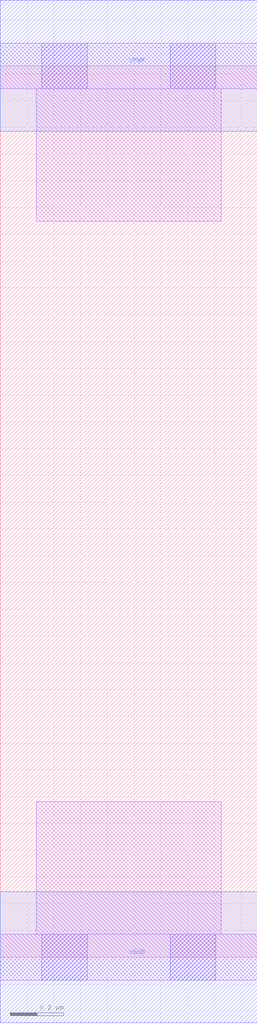
<source format=lef>
# Copyright 2020 The SkyWater PDK Authors
#
# Licensed under the Apache License, Version 2.0 (the "License");
# you may not use this file except in compliance with the License.
# You may obtain a copy of the License at
#
#     https://www.apache.org/licenses/LICENSE-2.0
#
# Unless required by applicable law or agreed to in writing, software
# distributed under the License is distributed on an "AS IS" BASIS,
# WITHOUT WARRANTIES OR CONDITIONS OF ANY KIND, either express or implied.
# See the License for the specific language governing permissions and
# limitations under the License.
#
# SPDX-License-Identifier: Apache-2.0

VERSION 5.7 ;
  NAMESCASESENSITIVE ON ;
  NOWIREEXTENSIONATPIN ON ;
  DIVIDERCHAR "/" ;
  BUSBITCHARS "[]" ;
UNITS
  DATABASE MICRONS 200 ;
END UNITS
MACRO sky130_fd_sc_hs__fill_diode_2
  CLASS BLOCK ;
  FOREIGN sky130_fd_sc_hs__fill_diode_2 ;
  ORIGIN  0.000000  0.000000 ;
  SIZE  0.960000 BY  3.330000 ;
  PIN VGND
    USE GROUND ;
    PORT
      LAYER met1 ;
        RECT 0.000000 -0.245000 0.960000 0.245000 ;
    END
  END VGND
  PIN VPWR
    USE POWER ;
    PORT
      LAYER met1 ;
        RECT 0.000000 3.085000 0.960000 3.575000 ;
    END
  END VPWR
  OBS
    LAYER li1 ;
      RECT 0.000000 -0.085000 0.960000 0.085000 ;
      RECT 0.000000  3.245000 0.960000 3.415000 ;
      RECT 0.135000  0.085000 0.825000 0.580000 ;
      RECT 0.135000  2.750000 0.825000 3.245000 ;
    LAYER mcon ;
      RECT 0.155000 -0.085000 0.325000 0.085000 ;
      RECT 0.155000  3.245000 0.325000 3.415000 ;
      RECT 0.635000 -0.085000 0.805000 0.085000 ;
      RECT 0.635000  3.245000 0.805000 3.415000 ;
  END
END sky130_fd_sc_hs__fill_diode_2

</source>
